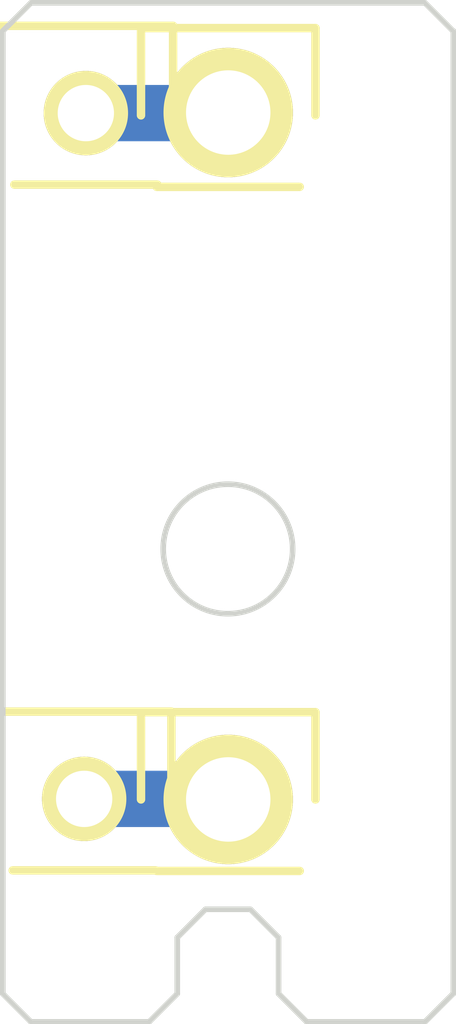
<source format=kicad_pcb>
(kicad_pcb (version 4) (host pcbnew "(after 2015-may-01 BZR unknown)-product")

  (general
    (links 0)
    (no_connects 0)
    (area 226.170999 130.341 234.810001 152.811101)
    (thickness 1.6)
    (drawings 17)
    (tracks 8)
    (zones 0)
    (modules 4)
    (nets 1)
  )

  (page A3)
  (layers
    (0 F.Cu signal hide)
    (31 B.Cu signal)
    (32 B.Adhes user hide)
    (33 F.Adhes user hide)
    (34 B.Paste user hide)
    (35 F.Paste user hide)
    (36 B.SilkS user hide)
    (37 F.SilkS user hide)
    (38 B.Mask user hide)
    (39 F.Mask user hide)
    (40 Dwgs.User user hide)
    (41 Cmts.User user hide)
    (42 Eco1.User user)
    (43 Eco2.User user hide)
    (44 Edge.Cuts user)
  )

  (setup
    (last_trace_width 0.254)
    (user_trace_width 1)
    (user_trace_width 2.5)
    (trace_clearance 0.254)
    (zone_clearance 0.508)
    (zone_45_only no)
    (trace_min 0.254)
    (segment_width 0.2)
    (edge_width 0.15)
    (via_size 0.889)
    (via_drill 0.635)
    (via_min_size 0.889)
    (via_min_drill 0.508)
    (uvia_size 0.508)
    (uvia_drill 0.127)
    (uvias_allowed no)
    (uvia_min_size 0.508)
    (uvia_min_drill 0.127)
    (pcb_text_width 0.3)
    (pcb_text_size 1.5 1.5)
    (mod_edge_width 0.15)
    (mod_text_size 1.5 1.5)
    (mod_text_width 0.15)
    (pad_size 2.3 2.3)
    (pad_drill 1.5)
    (pad_to_mask_clearance 0.2)
    (aux_axis_origin 0 0)
    (visible_elements 7FFFFFFF)
    (pcbplotparams
      (layerselection 0x01000_80000000)
      (usegerberextensions true)
      (excludeedgelayer true)
      (linewidth 0.100000)
      (plotframeref false)
      (viasonmask false)
      (mode 1)
      (useauxorigin true)
      (hpglpennumber 1)
      (hpglpenspeed 20)
      (hpglpendiameter 15)
      (hpglpenoverlay 2)
      (psnegative false)
      (psa4output false)
      (plotreference false)
      (plotvalue false)
      (plotinvisibletext false)
      (padsonsilk false)
      (subtractmaskfromsilk false)
      (outputformat 1)
      (mirror false)
      (drillshape 0)
      (scaleselection 1)
      (outputdirectory 151217BatteryBoard_v1_02/))
  )

  (net 0 "")

  (net_class Default "これは標準のネット クラスです。"
    (clearance 0.254)
    (trace_width 0.254)
    (via_dia 0.889)
    (via_drill 0.635)
    (uvia_dia 0.508)
    (uvia_drill 0.127)
  )

  (module Pin_Headers:Pin_Header_Straight_1x01 (layer F.Cu) (tedit 5672A469) (tstamp 5637426F)
    (at 228.23 136.62)
    (descr "Through hole pin header")
    (tags "pin header")
    (fp_text reference "" (at 0 -5.1) (layer F.SilkS)
      (effects (font (size 1 1) (thickness 0.15)))
    )
    (fp_text value "" (at 0 -3.1) (layer F.Fab)
      (effects (font (size 1 1) (thickness 0.15)))
    )
    (fp_line (start 1.55 -1.55) (end 1.55 0) (layer F.SilkS) (width 0.15))
    (fp_line (start -1.75 -1.75) (end -1.75 1.75) (layer F.CrtYd) (width 0.05))
    (fp_line (start 1.75 -1.75) (end 1.75 1.75) (layer F.CrtYd) (width 0.05))
    (fp_line (start -1.75 -1.75) (end 1.75 -1.75) (layer F.CrtYd) (width 0.05))
    (fp_line (start -1.75 1.75) (end 1.75 1.75) (layer F.CrtYd) (width 0.05))
    (fp_line (start -1.55 0) (end -1.55 -1.55) (layer F.SilkS) (width 0.15))
    (fp_line (start -1.55 -1.55) (end 1.55 -1.55) (layer F.SilkS) (width 0.15))
    (fp_line (start -1.27 1.27) (end 1.27 1.27) (layer F.SilkS) (width 0.15))
    (pad 1 thru_hole circle (at 0 0) (size 1.5 1.5) (drill 1) (layers *.Cu *.Mask F.SilkS))
    (model Pin_Headers.3dshapes/Pin_Header_Straight_1x01.wrl
      (at (xyz 0 0 0))
      (scale (xyz 1 1 1))
      (rotate (xyz 0 0 90))
    )
  )

  (module Pin_Headers:Pin_Header_Straight_1x01 (layer F.Cu) (tedit 5672A4BA) (tstamp 5637427C)
    (at 230.76 136.66)
    (descr "Through hole pin header")
    (tags "pin header")
    (fp_text reference "" (at 0 -5.1) (layer F.SilkS)
      (effects (font (size 1 1) (thickness 0.15)))
    )
    (fp_text value "" (at 0 -3.1) (layer F.Fab)
      (effects (font (size 1 1) (thickness 0.15)))
    )
    (fp_line (start 1.55 -1.55) (end 1.55 0) (layer F.SilkS) (width 0.15))
    (fp_line (start -1.75 -1.75) (end -1.75 1.75) (layer F.CrtYd) (width 0.05))
    (fp_line (start 1.75 -1.75) (end 1.75 1.75) (layer F.CrtYd) (width 0.05))
    (fp_line (start -1.75 -1.75) (end 1.75 -1.75) (layer F.CrtYd) (width 0.05))
    (fp_line (start -1.75 1.75) (end 1.75 1.75) (layer F.CrtYd) (width 0.05))
    (fp_line (start -1.55 0) (end -1.55 -1.55) (layer F.SilkS) (width 0.15))
    (fp_line (start -1.55 -1.55) (end 1.55 -1.55) (layer F.SilkS) (width 0.15))
    (fp_line (start -1.27 1.27) (end 1.27 1.27) (layer F.SilkS) (width 0.15))
    (pad 1 thru_hole circle (at 0 -0.05) (size 2.3 2.3) (drill 1.5) (layers *.Cu *.Mask F.SilkS))
    (model Pin_Headers.3dshapes/Pin_Header_Straight_1x01.wrl
      (at (xyz 0 0 0))
      (scale (xyz 1 1 1))
      (rotate (xyz 0 0 90))
    )
  )

  (module Pin_Headers:Pin_Header_Straight_1x01 (layer F.Cu) (tedit 5672A4CC) (tstamp 56374289)
    (at 228.2 148.8)
    (descr "Through hole pin header")
    (tags "pin header")
    (fp_text reference "" (at 0 -5.1) (layer F.SilkS)
      (effects (font (size 1 1) (thickness 0.15)))
    )
    (fp_text value "" (at 0 -3.1) (layer F.Fab)
      (effects (font (size 1 1) (thickness 0.15)))
    )
    (fp_line (start 1.55 -1.55) (end 1.55 0) (layer F.SilkS) (width 0.15))
    (fp_line (start -1.75 -1.75) (end -1.75 1.75) (layer F.CrtYd) (width 0.05))
    (fp_line (start 1.75 -1.75) (end 1.75 1.75) (layer F.CrtYd) (width 0.05))
    (fp_line (start -1.75 -1.75) (end 1.75 -1.75) (layer F.CrtYd) (width 0.05))
    (fp_line (start -1.75 1.75) (end 1.75 1.75) (layer F.CrtYd) (width 0.05))
    (fp_line (start -1.55 0) (end -1.55 -1.55) (layer F.SilkS) (width 0.15))
    (fp_line (start -1.55 -1.55) (end 1.55 -1.55) (layer F.SilkS) (width 0.15))
    (fp_line (start -1.27 1.27) (end 1.27 1.27) (layer F.SilkS) (width 0.15))
    (pad 1 thru_hole circle (at 0 0) (size 1.5 1.5) (drill 1) (layers *.Cu *.Mask F.SilkS))
    (model Pin_Headers.3dshapes/Pin_Header_Straight_1x01.wrl
      (at (xyz 0 0 0))
      (scale (xyz 1 1 1))
      (rotate (xyz 0 0 90))
    )
  )

  (module Pin_Headers:Pin_Header_Straight_1x01 (layer F.Cu) (tedit 5672A4D9) (tstamp 56374296)
    (at 230.76 148.81)
    (descr "Through hole pin header")
    (tags "pin header")
    (fp_text reference "" (at 0 -5.1) (layer F.SilkS)
      (effects (font (size 1 1) (thickness 0.15)))
    )
    (fp_text value "" (at 0 -3.1) (layer F.Fab)
      (effects (font (size 1 1) (thickness 0.15)))
    )
    (fp_line (start 1.55 -1.55) (end 1.55 0) (layer F.SilkS) (width 0.15))
    (fp_line (start -1.75 -1.75) (end -1.75 1.75) (layer F.CrtYd) (width 0.05))
    (fp_line (start 1.75 -1.75) (end 1.75 1.75) (layer F.CrtYd) (width 0.05))
    (fp_line (start -1.75 -1.75) (end 1.75 -1.75) (layer F.CrtYd) (width 0.05))
    (fp_line (start -1.75 1.75) (end 1.75 1.75) (layer F.CrtYd) (width 0.05))
    (fp_line (start -1.55 0) (end -1.55 -1.55) (layer F.SilkS) (width 0.15))
    (fp_line (start -1.55 -1.55) (end 1.55 -1.55) (layer F.SilkS) (width 0.15))
    (fp_line (start -1.27 1.27) (end 1.27 1.27) (layer F.SilkS) (width 0.15))
    (pad 1 thru_hole circle (at 0 0) (size 2.3 2.3) (drill 1.5) (layers *.Cu *.Mask F.SilkS))
    (model Pin_Headers.3dshapes/Pin_Header_Straight_1x01.wrl
      (at (xyz 0 0 0))
      (scale (xyz 1 1 1))
      (rotate (xyz 0 0 90))
    )
  )

  (gr_line (start 234.76 152.26) (end 234.76 135.16) (angle 90) (layer Edge.Cuts) (width 0.1))
  (gr_circle (center 230.7545 144.3611) (end 231.9045 144.3611) (layer Edge.Cuts) (width 0.1))
  (gr_line (start 234.2545 152.7611) (end 234.7545 152.2611) (layer Edge.Cuts) (width 0.1))
  (gr_line (start 232.1545 152.7611) (end 234.2545 152.7611) (layer Edge.Cuts) (width 0.1))
  (gr_line (start 231.6545 152.2611) (end 232.1545 152.7611) (layer Edge.Cuts) (width 0.1))
  (gr_line (start 231.6545 151.2611) (end 231.6545 152.2611) (layer Edge.Cuts) (width 0.1))
  (gr_line (start 231.1545 150.7611) (end 231.6545 151.2611) (layer Edge.Cuts) (width 0.1))
  (gr_line (start 230.3545 150.7611) (end 231.1545 150.7611) (layer Edge.Cuts) (width 0.1))
  (gr_line (start 229.8545 151.2611) (end 230.3545 150.7611) (layer Edge.Cuts) (width 0.1))
  (gr_line (start 229.8545 152.2611) (end 229.8545 151.2611) (layer Edge.Cuts) (width 0.1))
  (gr_line (start 229.3545 152.7611) (end 229.8545 152.2611) (layer Edge.Cuts) (width 0.1))
  (gr_line (start 227.2545 152.7611) (end 229.3545 152.7611) (layer Edge.Cuts) (width 0.1))
  (gr_line (start 226.7545 152.2611) (end 227.2545 152.7611) (layer Edge.Cuts) (width 0.1))
  (gr_line (start 226.7545 135.1611) (end 226.7545 152.2611) (layer Edge.Cuts) (width 0.1))
  (gr_line (start 227.2545 134.6611) (end 226.7545 135.1611) (layer Edge.Cuts) (width 0.1))
  (gr_line (start 234.2545 134.6611) (end 227.2545 134.6611) (layer Edge.Cuts) (width 0.1))
  (gr_line (start 234.7545 135.1611) (end 234.2545 134.6611) (layer Edge.Cuts) (width 0.1))

  (segment (start 230.78 136.61) (end 230.79 136.62) (width 0.254) (layer F.Cu) (net 0) (tstamp 5637402D))
  (segment (start 230.76 148.82) (end 230.77 148.81) (width 0.254) (layer F.Cu) (net 0) (tstamp 56374039))
  (segment (start 230.75 136.62) (end 230.76 136.61) (width 2) (layer B.Cu) (net 0) (tstamp 5672A32C))
  (segment (start 230.75 148.8) (end 230.76 148.81) (width 2) (layer B.Cu) (net 0) (tstamp 5672A32F))
  (segment (start 230.75 136.62) (end 230.76 136.61) (width 1) (layer B.Cu) (net 0) (tstamp 5672A3B4))
  (segment (start 228.23 136.62) (end 230.75 136.62) (width 1) (layer B.Cu) (net 0))
  (segment (start 230.75 148.8) (end 230.76 148.81) (width 1) (layer B.Cu) (net 0) (tstamp 5672A3B7))
  (segment (start 228.2 148.8) (end 230.75 148.8) (width 1) (layer B.Cu) (net 0))

)

</source>
